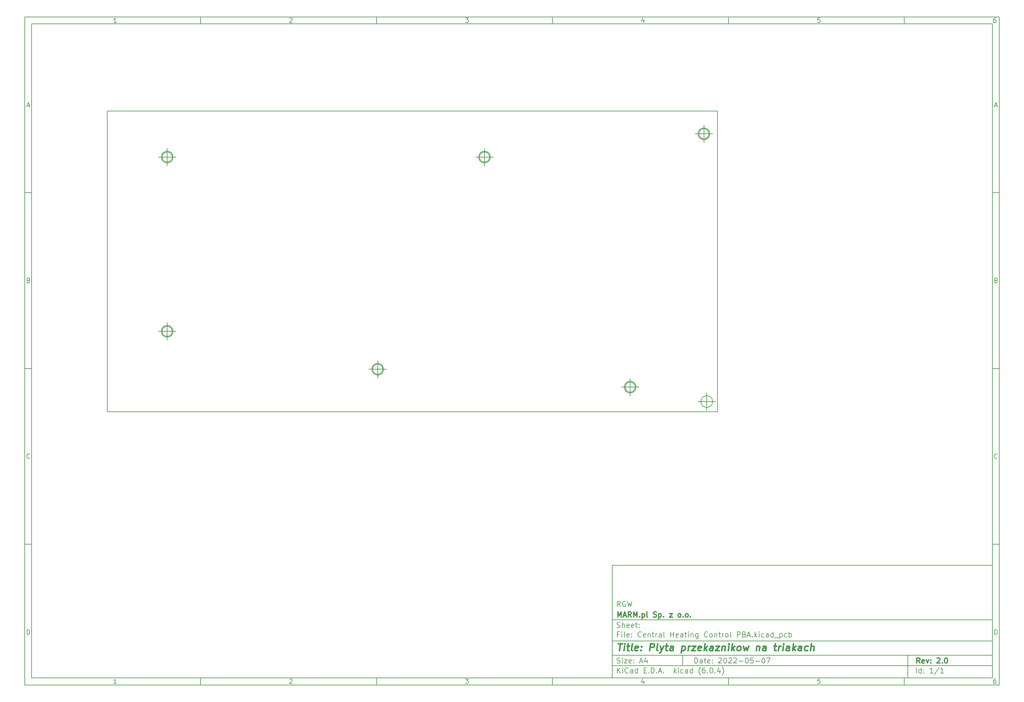
<source format=gbr>
%TF.GenerationSoftware,KiCad,Pcbnew,(6.0.4)*%
%TF.CreationDate,2022-05-07T15:09:03+02:00*%
%TF.ProjectId,Central Heating Control PBA,43656e74-7261-46c2-9048-656174696e67,2.0*%
%TF.SameCoordinates,Original*%
%TF.FileFunction,Other,ECO2*%
%FSLAX46Y46*%
G04 Gerber Fmt 4.6, Leading zero omitted, Abs format (unit mm)*
G04 Created by KiCad (PCBNEW (6.0.4)) date 2022-05-07 15:09:03*
%MOMM*%
%LPD*%
G01*
G04 APERTURE LIST*
%ADD10C,0.100000*%
%ADD11C,0.150000*%
%ADD12C,0.300000*%
%ADD13C,0.400000*%
%TA.AperFunction,Profile*%
%ADD14C,0.150000*%
%TD*%
G04 APERTURE END LIST*
D10*
D11*
X177002200Y-166007200D02*
X177002200Y-198007200D01*
X285002200Y-198007200D01*
X285002200Y-166007200D01*
X177002200Y-166007200D01*
D10*
D11*
X10000000Y-10000000D02*
X10000000Y-200007200D01*
X287002200Y-200007200D01*
X287002200Y-10000000D01*
X10000000Y-10000000D01*
D10*
D11*
X12000000Y-12000000D02*
X12000000Y-198007200D01*
X285002200Y-198007200D01*
X285002200Y-12000000D01*
X12000000Y-12000000D01*
D10*
D11*
X60000000Y-12000000D02*
X60000000Y-10000000D01*
D10*
D11*
X110000000Y-12000000D02*
X110000000Y-10000000D01*
D10*
D11*
X160000000Y-12000000D02*
X160000000Y-10000000D01*
D10*
D11*
X210000000Y-12000000D02*
X210000000Y-10000000D01*
D10*
D11*
X260000000Y-12000000D02*
X260000000Y-10000000D01*
D10*
D11*
X36065476Y-11588095D02*
X35322619Y-11588095D01*
X35694047Y-11588095D02*
X35694047Y-10288095D01*
X35570238Y-10473809D01*
X35446428Y-10597619D01*
X35322619Y-10659523D01*
D10*
D11*
X85322619Y-10411904D02*
X85384523Y-10350000D01*
X85508333Y-10288095D01*
X85817857Y-10288095D01*
X85941666Y-10350000D01*
X86003571Y-10411904D01*
X86065476Y-10535714D01*
X86065476Y-10659523D01*
X86003571Y-10845238D01*
X85260714Y-11588095D01*
X86065476Y-11588095D01*
D10*
D11*
X135260714Y-10288095D02*
X136065476Y-10288095D01*
X135632142Y-10783333D01*
X135817857Y-10783333D01*
X135941666Y-10845238D01*
X136003571Y-10907142D01*
X136065476Y-11030952D01*
X136065476Y-11340476D01*
X136003571Y-11464285D01*
X135941666Y-11526190D01*
X135817857Y-11588095D01*
X135446428Y-11588095D01*
X135322619Y-11526190D01*
X135260714Y-11464285D01*
D10*
D11*
X185941666Y-10721428D02*
X185941666Y-11588095D01*
X185632142Y-10226190D02*
X185322619Y-11154761D01*
X186127380Y-11154761D01*
D10*
D11*
X236003571Y-10288095D02*
X235384523Y-10288095D01*
X235322619Y-10907142D01*
X235384523Y-10845238D01*
X235508333Y-10783333D01*
X235817857Y-10783333D01*
X235941666Y-10845238D01*
X236003571Y-10907142D01*
X236065476Y-11030952D01*
X236065476Y-11340476D01*
X236003571Y-11464285D01*
X235941666Y-11526190D01*
X235817857Y-11588095D01*
X235508333Y-11588095D01*
X235384523Y-11526190D01*
X235322619Y-11464285D01*
D10*
D11*
X285941666Y-10288095D02*
X285694047Y-10288095D01*
X285570238Y-10350000D01*
X285508333Y-10411904D01*
X285384523Y-10597619D01*
X285322619Y-10845238D01*
X285322619Y-11340476D01*
X285384523Y-11464285D01*
X285446428Y-11526190D01*
X285570238Y-11588095D01*
X285817857Y-11588095D01*
X285941666Y-11526190D01*
X286003571Y-11464285D01*
X286065476Y-11340476D01*
X286065476Y-11030952D01*
X286003571Y-10907142D01*
X285941666Y-10845238D01*
X285817857Y-10783333D01*
X285570238Y-10783333D01*
X285446428Y-10845238D01*
X285384523Y-10907142D01*
X285322619Y-11030952D01*
D10*
D11*
X60000000Y-198007200D02*
X60000000Y-200007200D01*
D10*
D11*
X110000000Y-198007200D02*
X110000000Y-200007200D01*
D10*
D11*
X160000000Y-198007200D02*
X160000000Y-200007200D01*
D10*
D11*
X210000000Y-198007200D02*
X210000000Y-200007200D01*
D10*
D11*
X260000000Y-198007200D02*
X260000000Y-200007200D01*
D10*
D11*
X36065476Y-199595295D02*
X35322619Y-199595295D01*
X35694047Y-199595295D02*
X35694047Y-198295295D01*
X35570238Y-198481009D01*
X35446428Y-198604819D01*
X35322619Y-198666723D01*
D10*
D11*
X85322619Y-198419104D02*
X85384523Y-198357200D01*
X85508333Y-198295295D01*
X85817857Y-198295295D01*
X85941666Y-198357200D01*
X86003571Y-198419104D01*
X86065476Y-198542914D01*
X86065476Y-198666723D01*
X86003571Y-198852438D01*
X85260714Y-199595295D01*
X86065476Y-199595295D01*
D10*
D11*
X135260714Y-198295295D02*
X136065476Y-198295295D01*
X135632142Y-198790533D01*
X135817857Y-198790533D01*
X135941666Y-198852438D01*
X136003571Y-198914342D01*
X136065476Y-199038152D01*
X136065476Y-199347676D01*
X136003571Y-199471485D01*
X135941666Y-199533390D01*
X135817857Y-199595295D01*
X135446428Y-199595295D01*
X135322619Y-199533390D01*
X135260714Y-199471485D01*
D10*
D11*
X185941666Y-198728628D02*
X185941666Y-199595295D01*
X185632142Y-198233390D02*
X185322619Y-199161961D01*
X186127380Y-199161961D01*
D10*
D11*
X236003571Y-198295295D02*
X235384523Y-198295295D01*
X235322619Y-198914342D01*
X235384523Y-198852438D01*
X235508333Y-198790533D01*
X235817857Y-198790533D01*
X235941666Y-198852438D01*
X236003571Y-198914342D01*
X236065476Y-199038152D01*
X236065476Y-199347676D01*
X236003571Y-199471485D01*
X235941666Y-199533390D01*
X235817857Y-199595295D01*
X235508333Y-199595295D01*
X235384523Y-199533390D01*
X235322619Y-199471485D01*
D10*
D11*
X285941666Y-198295295D02*
X285694047Y-198295295D01*
X285570238Y-198357200D01*
X285508333Y-198419104D01*
X285384523Y-198604819D01*
X285322619Y-198852438D01*
X285322619Y-199347676D01*
X285384523Y-199471485D01*
X285446428Y-199533390D01*
X285570238Y-199595295D01*
X285817857Y-199595295D01*
X285941666Y-199533390D01*
X286003571Y-199471485D01*
X286065476Y-199347676D01*
X286065476Y-199038152D01*
X286003571Y-198914342D01*
X285941666Y-198852438D01*
X285817857Y-198790533D01*
X285570238Y-198790533D01*
X285446428Y-198852438D01*
X285384523Y-198914342D01*
X285322619Y-199038152D01*
D10*
D11*
X10000000Y-60000000D02*
X12000000Y-60000000D01*
D10*
D11*
X10000000Y-110000000D02*
X12000000Y-110000000D01*
D10*
D11*
X10000000Y-160000000D02*
X12000000Y-160000000D01*
D10*
D11*
X10690476Y-35216666D02*
X11309523Y-35216666D01*
X10566666Y-35588095D02*
X11000000Y-34288095D01*
X11433333Y-35588095D01*
D10*
D11*
X11092857Y-84907142D02*
X11278571Y-84969047D01*
X11340476Y-85030952D01*
X11402380Y-85154761D01*
X11402380Y-85340476D01*
X11340476Y-85464285D01*
X11278571Y-85526190D01*
X11154761Y-85588095D01*
X10659523Y-85588095D01*
X10659523Y-84288095D01*
X11092857Y-84288095D01*
X11216666Y-84350000D01*
X11278571Y-84411904D01*
X11340476Y-84535714D01*
X11340476Y-84659523D01*
X11278571Y-84783333D01*
X11216666Y-84845238D01*
X11092857Y-84907142D01*
X10659523Y-84907142D01*
D10*
D11*
X11402380Y-135464285D02*
X11340476Y-135526190D01*
X11154761Y-135588095D01*
X11030952Y-135588095D01*
X10845238Y-135526190D01*
X10721428Y-135402380D01*
X10659523Y-135278571D01*
X10597619Y-135030952D01*
X10597619Y-134845238D01*
X10659523Y-134597619D01*
X10721428Y-134473809D01*
X10845238Y-134350000D01*
X11030952Y-134288095D01*
X11154761Y-134288095D01*
X11340476Y-134350000D01*
X11402380Y-134411904D01*
D10*
D11*
X10659523Y-185588095D02*
X10659523Y-184288095D01*
X10969047Y-184288095D01*
X11154761Y-184350000D01*
X11278571Y-184473809D01*
X11340476Y-184597619D01*
X11402380Y-184845238D01*
X11402380Y-185030952D01*
X11340476Y-185278571D01*
X11278571Y-185402380D01*
X11154761Y-185526190D01*
X10969047Y-185588095D01*
X10659523Y-185588095D01*
D10*
D11*
X287002200Y-60000000D02*
X285002200Y-60000000D01*
D10*
D11*
X287002200Y-110000000D02*
X285002200Y-110000000D01*
D10*
D11*
X287002200Y-160000000D02*
X285002200Y-160000000D01*
D10*
D11*
X285692676Y-35216666D02*
X286311723Y-35216666D01*
X285568866Y-35588095D02*
X286002200Y-34288095D01*
X286435533Y-35588095D01*
D10*
D11*
X286095057Y-84907142D02*
X286280771Y-84969047D01*
X286342676Y-85030952D01*
X286404580Y-85154761D01*
X286404580Y-85340476D01*
X286342676Y-85464285D01*
X286280771Y-85526190D01*
X286156961Y-85588095D01*
X285661723Y-85588095D01*
X285661723Y-84288095D01*
X286095057Y-84288095D01*
X286218866Y-84350000D01*
X286280771Y-84411904D01*
X286342676Y-84535714D01*
X286342676Y-84659523D01*
X286280771Y-84783333D01*
X286218866Y-84845238D01*
X286095057Y-84907142D01*
X285661723Y-84907142D01*
D10*
D11*
X286404580Y-135464285D02*
X286342676Y-135526190D01*
X286156961Y-135588095D01*
X286033152Y-135588095D01*
X285847438Y-135526190D01*
X285723628Y-135402380D01*
X285661723Y-135278571D01*
X285599819Y-135030952D01*
X285599819Y-134845238D01*
X285661723Y-134597619D01*
X285723628Y-134473809D01*
X285847438Y-134350000D01*
X286033152Y-134288095D01*
X286156961Y-134288095D01*
X286342676Y-134350000D01*
X286404580Y-134411904D01*
D10*
D11*
X285661723Y-185588095D02*
X285661723Y-184288095D01*
X285971247Y-184288095D01*
X286156961Y-184350000D01*
X286280771Y-184473809D01*
X286342676Y-184597619D01*
X286404580Y-184845238D01*
X286404580Y-185030952D01*
X286342676Y-185278571D01*
X286280771Y-185402380D01*
X286156961Y-185526190D01*
X285971247Y-185588095D01*
X285661723Y-185588095D01*
D10*
D11*
X200434342Y-193785771D02*
X200434342Y-192285771D01*
X200791485Y-192285771D01*
X201005771Y-192357200D01*
X201148628Y-192500057D01*
X201220057Y-192642914D01*
X201291485Y-192928628D01*
X201291485Y-193142914D01*
X201220057Y-193428628D01*
X201148628Y-193571485D01*
X201005771Y-193714342D01*
X200791485Y-193785771D01*
X200434342Y-193785771D01*
X202577200Y-193785771D02*
X202577200Y-193000057D01*
X202505771Y-192857200D01*
X202362914Y-192785771D01*
X202077200Y-192785771D01*
X201934342Y-192857200D01*
X202577200Y-193714342D02*
X202434342Y-193785771D01*
X202077200Y-193785771D01*
X201934342Y-193714342D01*
X201862914Y-193571485D01*
X201862914Y-193428628D01*
X201934342Y-193285771D01*
X202077200Y-193214342D01*
X202434342Y-193214342D01*
X202577200Y-193142914D01*
X203077200Y-192785771D02*
X203648628Y-192785771D01*
X203291485Y-192285771D02*
X203291485Y-193571485D01*
X203362914Y-193714342D01*
X203505771Y-193785771D01*
X203648628Y-193785771D01*
X204720057Y-193714342D02*
X204577200Y-193785771D01*
X204291485Y-193785771D01*
X204148628Y-193714342D01*
X204077200Y-193571485D01*
X204077200Y-193000057D01*
X204148628Y-192857200D01*
X204291485Y-192785771D01*
X204577200Y-192785771D01*
X204720057Y-192857200D01*
X204791485Y-193000057D01*
X204791485Y-193142914D01*
X204077200Y-193285771D01*
X205434342Y-193642914D02*
X205505771Y-193714342D01*
X205434342Y-193785771D01*
X205362914Y-193714342D01*
X205434342Y-193642914D01*
X205434342Y-193785771D01*
X205434342Y-192857200D02*
X205505771Y-192928628D01*
X205434342Y-193000057D01*
X205362914Y-192928628D01*
X205434342Y-192857200D01*
X205434342Y-193000057D01*
X207220057Y-192428628D02*
X207291485Y-192357200D01*
X207434342Y-192285771D01*
X207791485Y-192285771D01*
X207934342Y-192357200D01*
X208005771Y-192428628D01*
X208077200Y-192571485D01*
X208077200Y-192714342D01*
X208005771Y-192928628D01*
X207148628Y-193785771D01*
X208077200Y-193785771D01*
X209005771Y-192285771D02*
X209148628Y-192285771D01*
X209291485Y-192357200D01*
X209362914Y-192428628D01*
X209434342Y-192571485D01*
X209505771Y-192857200D01*
X209505771Y-193214342D01*
X209434342Y-193500057D01*
X209362914Y-193642914D01*
X209291485Y-193714342D01*
X209148628Y-193785771D01*
X209005771Y-193785771D01*
X208862914Y-193714342D01*
X208791485Y-193642914D01*
X208720057Y-193500057D01*
X208648628Y-193214342D01*
X208648628Y-192857200D01*
X208720057Y-192571485D01*
X208791485Y-192428628D01*
X208862914Y-192357200D01*
X209005771Y-192285771D01*
X210077200Y-192428628D02*
X210148628Y-192357200D01*
X210291485Y-192285771D01*
X210648628Y-192285771D01*
X210791485Y-192357200D01*
X210862914Y-192428628D01*
X210934342Y-192571485D01*
X210934342Y-192714342D01*
X210862914Y-192928628D01*
X210005771Y-193785771D01*
X210934342Y-193785771D01*
X211505771Y-192428628D02*
X211577200Y-192357200D01*
X211720057Y-192285771D01*
X212077200Y-192285771D01*
X212220057Y-192357200D01*
X212291485Y-192428628D01*
X212362914Y-192571485D01*
X212362914Y-192714342D01*
X212291485Y-192928628D01*
X211434342Y-193785771D01*
X212362914Y-193785771D01*
X213005771Y-193214342D02*
X214148628Y-193214342D01*
X215148628Y-192285771D02*
X215291485Y-192285771D01*
X215434342Y-192357200D01*
X215505771Y-192428628D01*
X215577200Y-192571485D01*
X215648628Y-192857200D01*
X215648628Y-193214342D01*
X215577200Y-193500057D01*
X215505771Y-193642914D01*
X215434342Y-193714342D01*
X215291485Y-193785771D01*
X215148628Y-193785771D01*
X215005771Y-193714342D01*
X214934342Y-193642914D01*
X214862914Y-193500057D01*
X214791485Y-193214342D01*
X214791485Y-192857200D01*
X214862914Y-192571485D01*
X214934342Y-192428628D01*
X215005771Y-192357200D01*
X215148628Y-192285771D01*
X217005771Y-192285771D02*
X216291485Y-192285771D01*
X216220057Y-193000057D01*
X216291485Y-192928628D01*
X216434342Y-192857200D01*
X216791485Y-192857200D01*
X216934342Y-192928628D01*
X217005771Y-193000057D01*
X217077200Y-193142914D01*
X217077200Y-193500057D01*
X217005771Y-193642914D01*
X216934342Y-193714342D01*
X216791485Y-193785771D01*
X216434342Y-193785771D01*
X216291485Y-193714342D01*
X216220057Y-193642914D01*
X217720057Y-193214342D02*
X218862914Y-193214342D01*
X219862914Y-192285771D02*
X220005771Y-192285771D01*
X220148628Y-192357200D01*
X220220057Y-192428628D01*
X220291485Y-192571485D01*
X220362914Y-192857200D01*
X220362914Y-193214342D01*
X220291485Y-193500057D01*
X220220057Y-193642914D01*
X220148628Y-193714342D01*
X220005771Y-193785771D01*
X219862914Y-193785771D01*
X219720057Y-193714342D01*
X219648628Y-193642914D01*
X219577200Y-193500057D01*
X219505771Y-193214342D01*
X219505771Y-192857200D01*
X219577200Y-192571485D01*
X219648628Y-192428628D01*
X219720057Y-192357200D01*
X219862914Y-192285771D01*
X220862914Y-192285771D02*
X221862914Y-192285771D01*
X221220057Y-193785771D01*
D10*
D11*
X177002200Y-194507200D02*
X285002200Y-194507200D01*
D10*
D11*
X178434342Y-196585771D02*
X178434342Y-195085771D01*
X179291485Y-196585771D02*
X178648628Y-195728628D01*
X179291485Y-195085771D02*
X178434342Y-195942914D01*
X179934342Y-196585771D02*
X179934342Y-195585771D01*
X179934342Y-195085771D02*
X179862914Y-195157200D01*
X179934342Y-195228628D01*
X180005771Y-195157200D01*
X179934342Y-195085771D01*
X179934342Y-195228628D01*
X181505771Y-196442914D02*
X181434342Y-196514342D01*
X181220057Y-196585771D01*
X181077200Y-196585771D01*
X180862914Y-196514342D01*
X180720057Y-196371485D01*
X180648628Y-196228628D01*
X180577200Y-195942914D01*
X180577200Y-195728628D01*
X180648628Y-195442914D01*
X180720057Y-195300057D01*
X180862914Y-195157200D01*
X181077200Y-195085771D01*
X181220057Y-195085771D01*
X181434342Y-195157200D01*
X181505771Y-195228628D01*
X182791485Y-196585771D02*
X182791485Y-195800057D01*
X182720057Y-195657200D01*
X182577200Y-195585771D01*
X182291485Y-195585771D01*
X182148628Y-195657200D01*
X182791485Y-196514342D02*
X182648628Y-196585771D01*
X182291485Y-196585771D01*
X182148628Y-196514342D01*
X182077200Y-196371485D01*
X182077200Y-196228628D01*
X182148628Y-196085771D01*
X182291485Y-196014342D01*
X182648628Y-196014342D01*
X182791485Y-195942914D01*
X184148628Y-196585771D02*
X184148628Y-195085771D01*
X184148628Y-196514342D02*
X184005771Y-196585771D01*
X183720057Y-196585771D01*
X183577200Y-196514342D01*
X183505771Y-196442914D01*
X183434342Y-196300057D01*
X183434342Y-195871485D01*
X183505771Y-195728628D01*
X183577200Y-195657200D01*
X183720057Y-195585771D01*
X184005771Y-195585771D01*
X184148628Y-195657200D01*
X186005771Y-195800057D02*
X186505771Y-195800057D01*
X186720057Y-196585771D02*
X186005771Y-196585771D01*
X186005771Y-195085771D01*
X186720057Y-195085771D01*
X187362914Y-196442914D02*
X187434342Y-196514342D01*
X187362914Y-196585771D01*
X187291485Y-196514342D01*
X187362914Y-196442914D01*
X187362914Y-196585771D01*
X188077200Y-196585771D02*
X188077200Y-195085771D01*
X188434342Y-195085771D01*
X188648628Y-195157200D01*
X188791485Y-195300057D01*
X188862914Y-195442914D01*
X188934342Y-195728628D01*
X188934342Y-195942914D01*
X188862914Y-196228628D01*
X188791485Y-196371485D01*
X188648628Y-196514342D01*
X188434342Y-196585771D01*
X188077200Y-196585771D01*
X189577200Y-196442914D02*
X189648628Y-196514342D01*
X189577200Y-196585771D01*
X189505771Y-196514342D01*
X189577200Y-196442914D01*
X189577200Y-196585771D01*
X190220057Y-196157200D02*
X190934342Y-196157200D01*
X190077200Y-196585771D02*
X190577200Y-195085771D01*
X191077200Y-196585771D01*
X191577200Y-196442914D02*
X191648628Y-196514342D01*
X191577200Y-196585771D01*
X191505771Y-196514342D01*
X191577200Y-196442914D01*
X191577200Y-196585771D01*
X194577200Y-196585771D02*
X194577200Y-195085771D01*
X194720057Y-196014342D02*
X195148628Y-196585771D01*
X195148628Y-195585771D02*
X194577200Y-196157200D01*
X195791485Y-196585771D02*
X195791485Y-195585771D01*
X195791485Y-195085771D02*
X195720057Y-195157200D01*
X195791485Y-195228628D01*
X195862914Y-195157200D01*
X195791485Y-195085771D01*
X195791485Y-195228628D01*
X197148628Y-196514342D02*
X197005771Y-196585771D01*
X196720057Y-196585771D01*
X196577200Y-196514342D01*
X196505771Y-196442914D01*
X196434342Y-196300057D01*
X196434342Y-195871485D01*
X196505771Y-195728628D01*
X196577200Y-195657200D01*
X196720057Y-195585771D01*
X197005771Y-195585771D01*
X197148628Y-195657200D01*
X198434342Y-196585771D02*
X198434342Y-195800057D01*
X198362914Y-195657200D01*
X198220057Y-195585771D01*
X197934342Y-195585771D01*
X197791485Y-195657200D01*
X198434342Y-196514342D02*
X198291485Y-196585771D01*
X197934342Y-196585771D01*
X197791485Y-196514342D01*
X197720057Y-196371485D01*
X197720057Y-196228628D01*
X197791485Y-196085771D01*
X197934342Y-196014342D01*
X198291485Y-196014342D01*
X198434342Y-195942914D01*
X199791485Y-196585771D02*
X199791485Y-195085771D01*
X199791485Y-196514342D02*
X199648628Y-196585771D01*
X199362914Y-196585771D01*
X199220057Y-196514342D01*
X199148628Y-196442914D01*
X199077200Y-196300057D01*
X199077200Y-195871485D01*
X199148628Y-195728628D01*
X199220057Y-195657200D01*
X199362914Y-195585771D01*
X199648628Y-195585771D01*
X199791485Y-195657200D01*
X202077200Y-197157200D02*
X202005771Y-197085771D01*
X201862914Y-196871485D01*
X201791485Y-196728628D01*
X201720057Y-196514342D01*
X201648628Y-196157200D01*
X201648628Y-195871485D01*
X201720057Y-195514342D01*
X201791485Y-195300057D01*
X201862914Y-195157200D01*
X202005771Y-194942914D01*
X202077200Y-194871485D01*
X203291485Y-195085771D02*
X203005771Y-195085771D01*
X202862914Y-195157200D01*
X202791485Y-195228628D01*
X202648628Y-195442914D01*
X202577200Y-195728628D01*
X202577200Y-196300057D01*
X202648628Y-196442914D01*
X202720057Y-196514342D01*
X202862914Y-196585771D01*
X203148628Y-196585771D01*
X203291485Y-196514342D01*
X203362914Y-196442914D01*
X203434342Y-196300057D01*
X203434342Y-195942914D01*
X203362914Y-195800057D01*
X203291485Y-195728628D01*
X203148628Y-195657200D01*
X202862914Y-195657200D01*
X202720057Y-195728628D01*
X202648628Y-195800057D01*
X202577200Y-195942914D01*
X204077200Y-196442914D02*
X204148628Y-196514342D01*
X204077200Y-196585771D01*
X204005771Y-196514342D01*
X204077200Y-196442914D01*
X204077200Y-196585771D01*
X205077200Y-195085771D02*
X205220057Y-195085771D01*
X205362914Y-195157200D01*
X205434342Y-195228628D01*
X205505771Y-195371485D01*
X205577200Y-195657200D01*
X205577200Y-196014342D01*
X205505771Y-196300057D01*
X205434342Y-196442914D01*
X205362914Y-196514342D01*
X205220057Y-196585771D01*
X205077200Y-196585771D01*
X204934342Y-196514342D01*
X204862914Y-196442914D01*
X204791485Y-196300057D01*
X204720057Y-196014342D01*
X204720057Y-195657200D01*
X204791485Y-195371485D01*
X204862914Y-195228628D01*
X204934342Y-195157200D01*
X205077200Y-195085771D01*
X206220057Y-196442914D02*
X206291485Y-196514342D01*
X206220057Y-196585771D01*
X206148628Y-196514342D01*
X206220057Y-196442914D01*
X206220057Y-196585771D01*
X207577200Y-195585771D02*
X207577200Y-196585771D01*
X207220057Y-195014342D02*
X206862914Y-196085771D01*
X207791485Y-196085771D01*
X208220057Y-197157200D02*
X208291485Y-197085771D01*
X208434342Y-196871485D01*
X208505771Y-196728628D01*
X208577200Y-196514342D01*
X208648628Y-196157200D01*
X208648628Y-195871485D01*
X208577200Y-195514342D01*
X208505771Y-195300057D01*
X208434342Y-195157200D01*
X208291485Y-194942914D01*
X208220057Y-194871485D01*
D10*
D11*
X177002200Y-191507200D02*
X285002200Y-191507200D01*
D10*
D12*
X264411485Y-193785771D02*
X263911485Y-193071485D01*
X263554342Y-193785771D02*
X263554342Y-192285771D01*
X264125771Y-192285771D01*
X264268628Y-192357200D01*
X264340057Y-192428628D01*
X264411485Y-192571485D01*
X264411485Y-192785771D01*
X264340057Y-192928628D01*
X264268628Y-193000057D01*
X264125771Y-193071485D01*
X263554342Y-193071485D01*
X265625771Y-193714342D02*
X265482914Y-193785771D01*
X265197200Y-193785771D01*
X265054342Y-193714342D01*
X264982914Y-193571485D01*
X264982914Y-193000057D01*
X265054342Y-192857200D01*
X265197200Y-192785771D01*
X265482914Y-192785771D01*
X265625771Y-192857200D01*
X265697200Y-193000057D01*
X265697200Y-193142914D01*
X264982914Y-193285771D01*
X266197200Y-192785771D02*
X266554342Y-193785771D01*
X266911485Y-192785771D01*
X267482914Y-193642914D02*
X267554342Y-193714342D01*
X267482914Y-193785771D01*
X267411485Y-193714342D01*
X267482914Y-193642914D01*
X267482914Y-193785771D01*
X267482914Y-192857200D02*
X267554342Y-192928628D01*
X267482914Y-193000057D01*
X267411485Y-192928628D01*
X267482914Y-192857200D01*
X267482914Y-193000057D01*
X269268628Y-192428628D02*
X269340057Y-192357200D01*
X269482914Y-192285771D01*
X269840057Y-192285771D01*
X269982914Y-192357200D01*
X270054342Y-192428628D01*
X270125771Y-192571485D01*
X270125771Y-192714342D01*
X270054342Y-192928628D01*
X269197200Y-193785771D01*
X270125771Y-193785771D01*
X270768628Y-193642914D02*
X270840057Y-193714342D01*
X270768628Y-193785771D01*
X270697200Y-193714342D01*
X270768628Y-193642914D01*
X270768628Y-193785771D01*
X271768628Y-192285771D02*
X271911485Y-192285771D01*
X272054342Y-192357200D01*
X272125771Y-192428628D01*
X272197200Y-192571485D01*
X272268628Y-192857200D01*
X272268628Y-193214342D01*
X272197200Y-193500057D01*
X272125771Y-193642914D01*
X272054342Y-193714342D01*
X271911485Y-193785771D01*
X271768628Y-193785771D01*
X271625771Y-193714342D01*
X271554342Y-193642914D01*
X271482914Y-193500057D01*
X271411485Y-193214342D01*
X271411485Y-192857200D01*
X271482914Y-192571485D01*
X271554342Y-192428628D01*
X271625771Y-192357200D01*
X271768628Y-192285771D01*
D10*
D11*
X178362914Y-193714342D02*
X178577200Y-193785771D01*
X178934342Y-193785771D01*
X179077200Y-193714342D01*
X179148628Y-193642914D01*
X179220057Y-193500057D01*
X179220057Y-193357200D01*
X179148628Y-193214342D01*
X179077200Y-193142914D01*
X178934342Y-193071485D01*
X178648628Y-193000057D01*
X178505771Y-192928628D01*
X178434342Y-192857200D01*
X178362914Y-192714342D01*
X178362914Y-192571485D01*
X178434342Y-192428628D01*
X178505771Y-192357200D01*
X178648628Y-192285771D01*
X179005771Y-192285771D01*
X179220057Y-192357200D01*
X179862914Y-193785771D02*
X179862914Y-192785771D01*
X179862914Y-192285771D02*
X179791485Y-192357200D01*
X179862914Y-192428628D01*
X179934342Y-192357200D01*
X179862914Y-192285771D01*
X179862914Y-192428628D01*
X180434342Y-192785771D02*
X181220057Y-192785771D01*
X180434342Y-193785771D01*
X181220057Y-193785771D01*
X182362914Y-193714342D02*
X182220057Y-193785771D01*
X181934342Y-193785771D01*
X181791485Y-193714342D01*
X181720057Y-193571485D01*
X181720057Y-193000057D01*
X181791485Y-192857200D01*
X181934342Y-192785771D01*
X182220057Y-192785771D01*
X182362914Y-192857200D01*
X182434342Y-193000057D01*
X182434342Y-193142914D01*
X181720057Y-193285771D01*
X183077200Y-193642914D02*
X183148628Y-193714342D01*
X183077200Y-193785771D01*
X183005771Y-193714342D01*
X183077200Y-193642914D01*
X183077200Y-193785771D01*
X183077200Y-192857200D02*
X183148628Y-192928628D01*
X183077200Y-193000057D01*
X183005771Y-192928628D01*
X183077200Y-192857200D01*
X183077200Y-193000057D01*
X184862914Y-193357200D02*
X185577200Y-193357200D01*
X184720057Y-193785771D02*
X185220057Y-192285771D01*
X185720057Y-193785771D01*
X186862914Y-192785771D02*
X186862914Y-193785771D01*
X186505771Y-192214342D02*
X186148628Y-193285771D01*
X187077200Y-193285771D01*
D10*
D11*
X263434342Y-196585771D02*
X263434342Y-195085771D01*
X264791485Y-196585771D02*
X264791485Y-195085771D01*
X264791485Y-196514342D02*
X264648628Y-196585771D01*
X264362914Y-196585771D01*
X264220057Y-196514342D01*
X264148628Y-196442914D01*
X264077200Y-196300057D01*
X264077200Y-195871485D01*
X264148628Y-195728628D01*
X264220057Y-195657200D01*
X264362914Y-195585771D01*
X264648628Y-195585771D01*
X264791485Y-195657200D01*
X265505771Y-196442914D02*
X265577200Y-196514342D01*
X265505771Y-196585771D01*
X265434342Y-196514342D01*
X265505771Y-196442914D01*
X265505771Y-196585771D01*
X265505771Y-195657200D02*
X265577200Y-195728628D01*
X265505771Y-195800057D01*
X265434342Y-195728628D01*
X265505771Y-195657200D01*
X265505771Y-195800057D01*
X268148628Y-196585771D02*
X267291485Y-196585771D01*
X267720057Y-196585771D02*
X267720057Y-195085771D01*
X267577200Y-195300057D01*
X267434342Y-195442914D01*
X267291485Y-195514342D01*
X269862914Y-195014342D02*
X268577200Y-196942914D01*
X271148628Y-196585771D02*
X270291485Y-196585771D01*
X270720057Y-196585771D02*
X270720057Y-195085771D01*
X270577200Y-195300057D01*
X270434342Y-195442914D01*
X270291485Y-195514342D01*
D10*
D11*
X177002200Y-187507200D02*
X285002200Y-187507200D01*
D10*
D13*
X178714580Y-188211961D02*
X179857438Y-188211961D01*
X179036009Y-190211961D02*
X179286009Y-188211961D01*
X180274104Y-190211961D02*
X180440771Y-188878628D01*
X180524104Y-188211961D02*
X180416961Y-188307200D01*
X180500295Y-188402438D01*
X180607438Y-188307200D01*
X180524104Y-188211961D01*
X180500295Y-188402438D01*
X181107438Y-188878628D02*
X181869342Y-188878628D01*
X181476485Y-188211961D02*
X181262200Y-189926247D01*
X181333628Y-190116723D01*
X181512200Y-190211961D01*
X181702676Y-190211961D01*
X182655057Y-190211961D02*
X182476485Y-190116723D01*
X182405057Y-189926247D01*
X182619342Y-188211961D01*
X184190771Y-190116723D02*
X183988390Y-190211961D01*
X183607438Y-190211961D01*
X183428866Y-190116723D01*
X183357438Y-189926247D01*
X183452676Y-189164342D01*
X183571723Y-188973866D01*
X183774104Y-188878628D01*
X184155057Y-188878628D01*
X184333628Y-188973866D01*
X184405057Y-189164342D01*
X184381247Y-189354819D01*
X183405057Y-189545295D01*
X185155057Y-190021485D02*
X185238390Y-190116723D01*
X185131247Y-190211961D01*
X185047914Y-190116723D01*
X185155057Y-190021485D01*
X185131247Y-190211961D01*
X185286009Y-188973866D02*
X185369342Y-189069104D01*
X185262200Y-189164342D01*
X185178866Y-189069104D01*
X185286009Y-188973866D01*
X185262200Y-189164342D01*
X187607438Y-190211961D02*
X187857438Y-188211961D01*
X188619342Y-188211961D01*
X188797914Y-188307200D01*
X188881247Y-188402438D01*
X188952676Y-188592914D01*
X188916961Y-188878628D01*
X188797914Y-189069104D01*
X188690771Y-189164342D01*
X188488390Y-189259580D01*
X187726485Y-189259580D01*
X189893152Y-190211961D02*
X189714580Y-190116723D01*
X189643152Y-189926247D01*
X189857438Y-188211961D01*
X190631247Y-188878628D02*
X190940771Y-190211961D01*
X191583628Y-188878628D02*
X190940771Y-190211961D01*
X190690771Y-190688152D01*
X190583628Y-190783390D01*
X190381247Y-190878628D01*
X192059819Y-188878628D02*
X192821723Y-188878628D01*
X192428866Y-188211961D02*
X192214580Y-189926247D01*
X192286009Y-190116723D01*
X192464580Y-190211961D01*
X192655057Y-190211961D01*
X194178866Y-190211961D02*
X194309819Y-189164342D01*
X194238390Y-188973866D01*
X194059819Y-188878628D01*
X193678866Y-188878628D01*
X193476485Y-188973866D01*
X194190771Y-190116723D02*
X193988390Y-190211961D01*
X193512200Y-190211961D01*
X193333628Y-190116723D01*
X193262200Y-189926247D01*
X193286009Y-189735771D01*
X193405057Y-189545295D01*
X193607438Y-189450057D01*
X194083628Y-189450057D01*
X194286009Y-189354819D01*
X196821723Y-188878628D02*
X196571723Y-190878628D01*
X196809819Y-188973866D02*
X197012200Y-188878628D01*
X197393152Y-188878628D01*
X197571723Y-188973866D01*
X197655057Y-189069104D01*
X197726485Y-189259580D01*
X197655057Y-189831009D01*
X197536009Y-190021485D01*
X197428866Y-190116723D01*
X197226485Y-190211961D01*
X196845533Y-190211961D01*
X196666961Y-190116723D01*
X198464580Y-190211961D02*
X198631247Y-188878628D01*
X198583628Y-189259580D02*
X198702676Y-189069104D01*
X198809819Y-188973866D01*
X199012200Y-188878628D01*
X199202676Y-188878628D01*
X199678866Y-188878628D02*
X200726485Y-188878628D01*
X199512200Y-190211961D01*
X200559819Y-190211961D01*
X202095533Y-190116723D02*
X201893152Y-190211961D01*
X201512200Y-190211961D01*
X201333628Y-190116723D01*
X201262200Y-189926247D01*
X201357438Y-189164342D01*
X201476485Y-188973866D01*
X201678866Y-188878628D01*
X202059819Y-188878628D01*
X202238390Y-188973866D01*
X202309819Y-189164342D01*
X202286009Y-189354819D01*
X201309819Y-189545295D01*
X203036009Y-190211961D02*
X203286009Y-188211961D01*
X203321723Y-189450057D02*
X203797914Y-190211961D01*
X203964580Y-188878628D02*
X203107438Y-189640533D01*
X205512200Y-190211961D02*
X205643152Y-189164342D01*
X205571723Y-188973866D01*
X205393152Y-188878628D01*
X205012200Y-188878628D01*
X204809819Y-188973866D01*
X205524104Y-190116723D02*
X205321723Y-190211961D01*
X204845533Y-190211961D01*
X204666961Y-190116723D01*
X204595533Y-189926247D01*
X204619342Y-189735771D01*
X204738390Y-189545295D01*
X204940771Y-189450057D01*
X205416961Y-189450057D01*
X205619342Y-189354819D01*
X206440771Y-188878628D02*
X207488390Y-188878628D01*
X206274104Y-190211961D01*
X207321723Y-190211961D01*
X208250295Y-188878628D02*
X208083628Y-190211961D01*
X208226485Y-189069104D02*
X208333628Y-188973866D01*
X208536009Y-188878628D01*
X208821723Y-188878628D01*
X209000295Y-188973866D01*
X209071723Y-189164342D01*
X208940771Y-190211961D01*
X209893152Y-190211961D02*
X210059819Y-188878628D01*
X210143152Y-188211961D02*
X210036009Y-188307200D01*
X210119342Y-188402438D01*
X210226485Y-188307200D01*
X210143152Y-188211961D01*
X210119342Y-188402438D01*
X210845533Y-190211961D02*
X211095533Y-188211961D01*
X211131247Y-189450057D02*
X211607438Y-190211961D01*
X211774104Y-188878628D02*
X210916961Y-189640533D01*
X212750295Y-190211961D02*
X212571723Y-190116723D01*
X212488390Y-190021485D01*
X212416961Y-189831009D01*
X212488390Y-189259580D01*
X212607438Y-189069104D01*
X212714580Y-188973866D01*
X212916961Y-188878628D01*
X213202676Y-188878628D01*
X213381247Y-188973866D01*
X213464580Y-189069104D01*
X213536009Y-189259580D01*
X213464580Y-189831009D01*
X213345533Y-190021485D01*
X213238390Y-190116723D01*
X213036009Y-190211961D01*
X212750295Y-190211961D01*
X214250295Y-188878628D02*
X214464580Y-190211961D01*
X214964580Y-189259580D01*
X215226485Y-190211961D01*
X215774104Y-188878628D01*
X218059819Y-188878628D02*
X217893152Y-190211961D01*
X218036009Y-189069104D02*
X218143152Y-188973866D01*
X218345533Y-188878628D01*
X218631247Y-188878628D01*
X218809819Y-188973866D01*
X218881247Y-189164342D01*
X218750295Y-190211961D01*
X220559819Y-190211961D02*
X220690771Y-189164342D01*
X220619342Y-188973866D01*
X220440771Y-188878628D01*
X220059819Y-188878628D01*
X219857438Y-188973866D01*
X220571723Y-190116723D02*
X220369342Y-190211961D01*
X219893152Y-190211961D01*
X219714580Y-190116723D01*
X219643152Y-189926247D01*
X219666961Y-189735771D01*
X219786009Y-189545295D01*
X219988390Y-189450057D01*
X220464580Y-189450057D01*
X220666961Y-189354819D01*
X222916961Y-188878628D02*
X223678866Y-188878628D01*
X223286009Y-188211961D02*
X223071723Y-189926247D01*
X223143152Y-190116723D01*
X223321723Y-190211961D01*
X223512200Y-190211961D01*
X224178866Y-190211961D02*
X224345533Y-188878628D01*
X224297914Y-189259580D02*
X224416961Y-189069104D01*
X224524104Y-188973866D01*
X224726485Y-188878628D01*
X224916961Y-188878628D01*
X225416961Y-190211961D02*
X225583628Y-188878628D01*
X225666961Y-188211961D02*
X225559819Y-188307200D01*
X225643152Y-188402438D01*
X225750295Y-188307200D01*
X225666961Y-188211961D01*
X225643152Y-188402438D01*
X227226485Y-190211961D02*
X227357438Y-189164342D01*
X227286009Y-188973866D01*
X227107438Y-188878628D01*
X226726485Y-188878628D01*
X226524104Y-188973866D01*
X227238390Y-190116723D02*
X227036009Y-190211961D01*
X226559819Y-190211961D01*
X226381247Y-190116723D01*
X226309819Y-189926247D01*
X226333628Y-189735771D01*
X226452676Y-189545295D01*
X226655057Y-189450057D01*
X227131247Y-189450057D01*
X227333628Y-189354819D01*
X228178866Y-190211961D02*
X228428866Y-188211961D01*
X228464580Y-189450057D02*
X228940771Y-190211961D01*
X229107438Y-188878628D02*
X228250295Y-189640533D01*
X230655057Y-190211961D02*
X230786009Y-189164342D01*
X230714580Y-188973866D01*
X230536009Y-188878628D01*
X230155057Y-188878628D01*
X229952676Y-188973866D01*
X230666961Y-190116723D02*
X230464580Y-190211961D01*
X229988390Y-190211961D01*
X229809819Y-190116723D01*
X229738390Y-189926247D01*
X229762200Y-189735771D01*
X229881247Y-189545295D01*
X230083628Y-189450057D01*
X230559819Y-189450057D01*
X230762200Y-189354819D01*
X232476485Y-190116723D02*
X232274104Y-190211961D01*
X231893152Y-190211961D01*
X231714580Y-190116723D01*
X231631247Y-190021485D01*
X231559819Y-189831009D01*
X231631247Y-189259580D01*
X231750295Y-189069104D01*
X231857438Y-188973866D01*
X232059819Y-188878628D01*
X232440771Y-188878628D01*
X232619342Y-188973866D01*
X233321723Y-190211961D02*
X233571723Y-188211961D01*
X234178866Y-190211961D02*
X234309819Y-189164342D01*
X234238390Y-188973866D01*
X234059819Y-188878628D01*
X233774104Y-188878628D01*
X233571723Y-188973866D01*
X233464580Y-189069104D01*
D10*
D11*
X178934342Y-185600057D02*
X178434342Y-185600057D01*
X178434342Y-186385771D02*
X178434342Y-184885771D01*
X179148628Y-184885771D01*
X179720057Y-186385771D02*
X179720057Y-185385771D01*
X179720057Y-184885771D02*
X179648628Y-184957200D01*
X179720057Y-185028628D01*
X179791485Y-184957200D01*
X179720057Y-184885771D01*
X179720057Y-185028628D01*
X180648628Y-186385771D02*
X180505771Y-186314342D01*
X180434342Y-186171485D01*
X180434342Y-184885771D01*
X181791485Y-186314342D02*
X181648628Y-186385771D01*
X181362914Y-186385771D01*
X181220057Y-186314342D01*
X181148628Y-186171485D01*
X181148628Y-185600057D01*
X181220057Y-185457200D01*
X181362914Y-185385771D01*
X181648628Y-185385771D01*
X181791485Y-185457200D01*
X181862914Y-185600057D01*
X181862914Y-185742914D01*
X181148628Y-185885771D01*
X182505771Y-186242914D02*
X182577200Y-186314342D01*
X182505771Y-186385771D01*
X182434342Y-186314342D01*
X182505771Y-186242914D01*
X182505771Y-186385771D01*
X182505771Y-185457200D02*
X182577200Y-185528628D01*
X182505771Y-185600057D01*
X182434342Y-185528628D01*
X182505771Y-185457200D01*
X182505771Y-185600057D01*
X185220057Y-186242914D02*
X185148628Y-186314342D01*
X184934342Y-186385771D01*
X184791485Y-186385771D01*
X184577200Y-186314342D01*
X184434342Y-186171485D01*
X184362914Y-186028628D01*
X184291485Y-185742914D01*
X184291485Y-185528628D01*
X184362914Y-185242914D01*
X184434342Y-185100057D01*
X184577200Y-184957200D01*
X184791485Y-184885771D01*
X184934342Y-184885771D01*
X185148628Y-184957200D01*
X185220057Y-185028628D01*
X186434342Y-186314342D02*
X186291485Y-186385771D01*
X186005771Y-186385771D01*
X185862914Y-186314342D01*
X185791485Y-186171485D01*
X185791485Y-185600057D01*
X185862914Y-185457200D01*
X186005771Y-185385771D01*
X186291485Y-185385771D01*
X186434342Y-185457200D01*
X186505771Y-185600057D01*
X186505771Y-185742914D01*
X185791485Y-185885771D01*
X187148628Y-185385771D02*
X187148628Y-186385771D01*
X187148628Y-185528628D02*
X187220057Y-185457200D01*
X187362914Y-185385771D01*
X187577200Y-185385771D01*
X187720057Y-185457200D01*
X187791485Y-185600057D01*
X187791485Y-186385771D01*
X188291485Y-185385771D02*
X188862914Y-185385771D01*
X188505771Y-184885771D02*
X188505771Y-186171485D01*
X188577200Y-186314342D01*
X188720057Y-186385771D01*
X188862914Y-186385771D01*
X189362914Y-186385771D02*
X189362914Y-185385771D01*
X189362914Y-185671485D02*
X189434342Y-185528628D01*
X189505771Y-185457200D01*
X189648628Y-185385771D01*
X189791485Y-185385771D01*
X190934342Y-186385771D02*
X190934342Y-185600057D01*
X190862914Y-185457200D01*
X190720057Y-185385771D01*
X190434342Y-185385771D01*
X190291485Y-185457200D01*
X190934342Y-186314342D02*
X190791485Y-186385771D01*
X190434342Y-186385771D01*
X190291485Y-186314342D01*
X190220057Y-186171485D01*
X190220057Y-186028628D01*
X190291485Y-185885771D01*
X190434342Y-185814342D01*
X190791485Y-185814342D01*
X190934342Y-185742914D01*
X191862914Y-186385771D02*
X191720057Y-186314342D01*
X191648628Y-186171485D01*
X191648628Y-184885771D01*
X193577200Y-186385771D02*
X193577200Y-184885771D01*
X193577200Y-185600057D02*
X194434342Y-185600057D01*
X194434342Y-186385771D02*
X194434342Y-184885771D01*
X195720057Y-186314342D02*
X195577200Y-186385771D01*
X195291485Y-186385771D01*
X195148628Y-186314342D01*
X195077200Y-186171485D01*
X195077200Y-185600057D01*
X195148628Y-185457200D01*
X195291485Y-185385771D01*
X195577200Y-185385771D01*
X195720057Y-185457200D01*
X195791485Y-185600057D01*
X195791485Y-185742914D01*
X195077200Y-185885771D01*
X197077200Y-186385771D02*
X197077200Y-185600057D01*
X197005771Y-185457200D01*
X196862914Y-185385771D01*
X196577200Y-185385771D01*
X196434342Y-185457200D01*
X197077200Y-186314342D02*
X196934342Y-186385771D01*
X196577200Y-186385771D01*
X196434342Y-186314342D01*
X196362914Y-186171485D01*
X196362914Y-186028628D01*
X196434342Y-185885771D01*
X196577200Y-185814342D01*
X196934342Y-185814342D01*
X197077200Y-185742914D01*
X197577200Y-185385771D02*
X198148628Y-185385771D01*
X197791485Y-184885771D02*
X197791485Y-186171485D01*
X197862914Y-186314342D01*
X198005771Y-186385771D01*
X198148628Y-186385771D01*
X198648628Y-186385771D02*
X198648628Y-185385771D01*
X198648628Y-184885771D02*
X198577200Y-184957200D01*
X198648628Y-185028628D01*
X198720057Y-184957200D01*
X198648628Y-184885771D01*
X198648628Y-185028628D01*
X199362914Y-185385771D02*
X199362914Y-186385771D01*
X199362914Y-185528628D02*
X199434342Y-185457200D01*
X199577200Y-185385771D01*
X199791485Y-185385771D01*
X199934342Y-185457200D01*
X200005771Y-185600057D01*
X200005771Y-186385771D01*
X201362914Y-185385771D02*
X201362914Y-186600057D01*
X201291485Y-186742914D01*
X201220057Y-186814342D01*
X201077200Y-186885771D01*
X200862914Y-186885771D01*
X200720057Y-186814342D01*
X201362914Y-186314342D02*
X201220057Y-186385771D01*
X200934342Y-186385771D01*
X200791485Y-186314342D01*
X200720057Y-186242914D01*
X200648628Y-186100057D01*
X200648628Y-185671485D01*
X200720057Y-185528628D01*
X200791485Y-185457200D01*
X200934342Y-185385771D01*
X201220057Y-185385771D01*
X201362914Y-185457200D01*
X204077200Y-186242914D02*
X204005771Y-186314342D01*
X203791485Y-186385771D01*
X203648628Y-186385771D01*
X203434342Y-186314342D01*
X203291485Y-186171485D01*
X203220057Y-186028628D01*
X203148628Y-185742914D01*
X203148628Y-185528628D01*
X203220057Y-185242914D01*
X203291485Y-185100057D01*
X203434342Y-184957200D01*
X203648628Y-184885771D01*
X203791485Y-184885771D01*
X204005771Y-184957200D01*
X204077200Y-185028628D01*
X204934342Y-186385771D02*
X204791485Y-186314342D01*
X204720057Y-186242914D01*
X204648628Y-186100057D01*
X204648628Y-185671485D01*
X204720057Y-185528628D01*
X204791485Y-185457200D01*
X204934342Y-185385771D01*
X205148628Y-185385771D01*
X205291485Y-185457200D01*
X205362914Y-185528628D01*
X205434342Y-185671485D01*
X205434342Y-186100057D01*
X205362914Y-186242914D01*
X205291485Y-186314342D01*
X205148628Y-186385771D01*
X204934342Y-186385771D01*
X206077200Y-185385771D02*
X206077200Y-186385771D01*
X206077200Y-185528628D02*
X206148628Y-185457200D01*
X206291485Y-185385771D01*
X206505771Y-185385771D01*
X206648628Y-185457200D01*
X206720057Y-185600057D01*
X206720057Y-186385771D01*
X207220057Y-185385771D02*
X207791485Y-185385771D01*
X207434342Y-184885771D02*
X207434342Y-186171485D01*
X207505771Y-186314342D01*
X207648628Y-186385771D01*
X207791485Y-186385771D01*
X208291485Y-186385771D02*
X208291485Y-185385771D01*
X208291485Y-185671485D02*
X208362914Y-185528628D01*
X208434342Y-185457200D01*
X208577200Y-185385771D01*
X208720057Y-185385771D01*
X209434342Y-186385771D02*
X209291485Y-186314342D01*
X209220057Y-186242914D01*
X209148628Y-186100057D01*
X209148628Y-185671485D01*
X209220057Y-185528628D01*
X209291485Y-185457200D01*
X209434342Y-185385771D01*
X209648628Y-185385771D01*
X209791485Y-185457200D01*
X209862914Y-185528628D01*
X209934342Y-185671485D01*
X209934342Y-186100057D01*
X209862914Y-186242914D01*
X209791485Y-186314342D01*
X209648628Y-186385771D01*
X209434342Y-186385771D01*
X210791485Y-186385771D02*
X210648628Y-186314342D01*
X210577200Y-186171485D01*
X210577200Y-184885771D01*
X212505771Y-186385771D02*
X212505771Y-184885771D01*
X213077200Y-184885771D01*
X213220057Y-184957200D01*
X213291485Y-185028628D01*
X213362914Y-185171485D01*
X213362914Y-185385771D01*
X213291485Y-185528628D01*
X213220057Y-185600057D01*
X213077200Y-185671485D01*
X212505771Y-185671485D01*
X214505771Y-185600057D02*
X214720057Y-185671485D01*
X214791485Y-185742914D01*
X214862914Y-185885771D01*
X214862914Y-186100057D01*
X214791485Y-186242914D01*
X214720057Y-186314342D01*
X214577200Y-186385771D01*
X214005771Y-186385771D01*
X214005771Y-184885771D01*
X214505771Y-184885771D01*
X214648628Y-184957200D01*
X214720057Y-185028628D01*
X214791485Y-185171485D01*
X214791485Y-185314342D01*
X214720057Y-185457200D01*
X214648628Y-185528628D01*
X214505771Y-185600057D01*
X214005771Y-185600057D01*
X215434342Y-185957200D02*
X216148628Y-185957200D01*
X215291485Y-186385771D02*
X215791485Y-184885771D01*
X216291485Y-186385771D01*
X216791485Y-186242914D02*
X216862914Y-186314342D01*
X216791485Y-186385771D01*
X216720057Y-186314342D01*
X216791485Y-186242914D01*
X216791485Y-186385771D01*
X217505771Y-186385771D02*
X217505771Y-184885771D01*
X217648628Y-185814342D02*
X218077200Y-186385771D01*
X218077200Y-185385771D02*
X217505771Y-185957200D01*
X218720057Y-186385771D02*
X218720057Y-185385771D01*
X218720057Y-184885771D02*
X218648628Y-184957200D01*
X218720057Y-185028628D01*
X218791485Y-184957200D01*
X218720057Y-184885771D01*
X218720057Y-185028628D01*
X220077200Y-186314342D02*
X219934342Y-186385771D01*
X219648628Y-186385771D01*
X219505771Y-186314342D01*
X219434342Y-186242914D01*
X219362914Y-186100057D01*
X219362914Y-185671485D01*
X219434342Y-185528628D01*
X219505771Y-185457200D01*
X219648628Y-185385771D01*
X219934342Y-185385771D01*
X220077200Y-185457200D01*
X221362914Y-186385771D02*
X221362914Y-185600057D01*
X221291485Y-185457200D01*
X221148628Y-185385771D01*
X220862914Y-185385771D01*
X220720057Y-185457200D01*
X221362914Y-186314342D02*
X221220057Y-186385771D01*
X220862914Y-186385771D01*
X220720057Y-186314342D01*
X220648628Y-186171485D01*
X220648628Y-186028628D01*
X220720057Y-185885771D01*
X220862914Y-185814342D01*
X221220057Y-185814342D01*
X221362914Y-185742914D01*
X222720057Y-186385771D02*
X222720057Y-184885771D01*
X222720057Y-186314342D02*
X222577200Y-186385771D01*
X222291485Y-186385771D01*
X222148628Y-186314342D01*
X222077200Y-186242914D01*
X222005771Y-186100057D01*
X222005771Y-185671485D01*
X222077200Y-185528628D01*
X222148628Y-185457200D01*
X222291485Y-185385771D01*
X222577200Y-185385771D01*
X222720057Y-185457200D01*
X223077200Y-186528628D02*
X224220057Y-186528628D01*
X224577200Y-185385771D02*
X224577200Y-186885771D01*
X224577200Y-185457200D02*
X224720057Y-185385771D01*
X225005771Y-185385771D01*
X225148628Y-185457200D01*
X225220057Y-185528628D01*
X225291485Y-185671485D01*
X225291485Y-186100057D01*
X225220057Y-186242914D01*
X225148628Y-186314342D01*
X225005771Y-186385771D01*
X224720057Y-186385771D01*
X224577200Y-186314342D01*
X226577200Y-186314342D02*
X226434342Y-186385771D01*
X226148628Y-186385771D01*
X226005771Y-186314342D01*
X225934342Y-186242914D01*
X225862914Y-186100057D01*
X225862914Y-185671485D01*
X225934342Y-185528628D01*
X226005771Y-185457200D01*
X226148628Y-185385771D01*
X226434342Y-185385771D01*
X226577200Y-185457200D01*
X227220057Y-186385771D02*
X227220057Y-184885771D01*
X227220057Y-185457200D02*
X227362914Y-185385771D01*
X227648628Y-185385771D01*
X227791485Y-185457200D01*
X227862914Y-185528628D01*
X227934342Y-185671485D01*
X227934342Y-186100057D01*
X227862914Y-186242914D01*
X227791485Y-186314342D01*
X227648628Y-186385771D01*
X227362914Y-186385771D01*
X227220057Y-186314342D01*
D10*
D11*
X177002200Y-181507200D02*
X285002200Y-181507200D01*
D10*
D11*
X178362914Y-183614342D02*
X178577200Y-183685771D01*
X178934342Y-183685771D01*
X179077200Y-183614342D01*
X179148628Y-183542914D01*
X179220057Y-183400057D01*
X179220057Y-183257200D01*
X179148628Y-183114342D01*
X179077200Y-183042914D01*
X178934342Y-182971485D01*
X178648628Y-182900057D01*
X178505771Y-182828628D01*
X178434342Y-182757200D01*
X178362914Y-182614342D01*
X178362914Y-182471485D01*
X178434342Y-182328628D01*
X178505771Y-182257200D01*
X178648628Y-182185771D01*
X179005771Y-182185771D01*
X179220057Y-182257200D01*
X179862914Y-183685771D02*
X179862914Y-182185771D01*
X180505771Y-183685771D02*
X180505771Y-182900057D01*
X180434342Y-182757200D01*
X180291485Y-182685771D01*
X180077200Y-182685771D01*
X179934342Y-182757200D01*
X179862914Y-182828628D01*
X181791485Y-183614342D02*
X181648628Y-183685771D01*
X181362914Y-183685771D01*
X181220057Y-183614342D01*
X181148628Y-183471485D01*
X181148628Y-182900057D01*
X181220057Y-182757200D01*
X181362914Y-182685771D01*
X181648628Y-182685771D01*
X181791485Y-182757200D01*
X181862914Y-182900057D01*
X181862914Y-183042914D01*
X181148628Y-183185771D01*
X183077200Y-183614342D02*
X182934342Y-183685771D01*
X182648628Y-183685771D01*
X182505771Y-183614342D01*
X182434342Y-183471485D01*
X182434342Y-182900057D01*
X182505771Y-182757200D01*
X182648628Y-182685771D01*
X182934342Y-182685771D01*
X183077200Y-182757200D01*
X183148628Y-182900057D01*
X183148628Y-183042914D01*
X182434342Y-183185771D01*
X183577200Y-182685771D02*
X184148628Y-182685771D01*
X183791485Y-182185771D02*
X183791485Y-183471485D01*
X183862914Y-183614342D01*
X184005771Y-183685771D01*
X184148628Y-183685771D01*
X184648628Y-183542914D02*
X184720057Y-183614342D01*
X184648628Y-183685771D01*
X184577200Y-183614342D01*
X184648628Y-183542914D01*
X184648628Y-183685771D01*
X184648628Y-182757200D02*
X184720057Y-182828628D01*
X184648628Y-182900057D01*
X184577200Y-182828628D01*
X184648628Y-182757200D01*
X184648628Y-182900057D01*
D10*
D12*
X178554342Y-180685771D02*
X178554342Y-179185771D01*
X179054342Y-180257200D01*
X179554342Y-179185771D01*
X179554342Y-180685771D01*
X180197200Y-180257200D02*
X180911485Y-180257200D01*
X180054342Y-180685771D02*
X180554342Y-179185771D01*
X181054342Y-180685771D01*
X182411485Y-180685771D02*
X181911485Y-179971485D01*
X181554342Y-180685771D02*
X181554342Y-179185771D01*
X182125771Y-179185771D01*
X182268628Y-179257200D01*
X182340057Y-179328628D01*
X182411485Y-179471485D01*
X182411485Y-179685771D01*
X182340057Y-179828628D01*
X182268628Y-179900057D01*
X182125771Y-179971485D01*
X181554342Y-179971485D01*
X183054342Y-180685771D02*
X183054342Y-179185771D01*
X183554342Y-180257200D01*
X184054342Y-179185771D01*
X184054342Y-180685771D01*
X184768628Y-180542914D02*
X184840057Y-180614342D01*
X184768628Y-180685771D01*
X184697200Y-180614342D01*
X184768628Y-180542914D01*
X184768628Y-180685771D01*
X185482914Y-179685771D02*
X185482914Y-181185771D01*
X185482914Y-179757200D02*
X185625771Y-179685771D01*
X185911485Y-179685771D01*
X186054342Y-179757200D01*
X186125771Y-179828628D01*
X186197200Y-179971485D01*
X186197200Y-180400057D01*
X186125771Y-180542914D01*
X186054342Y-180614342D01*
X185911485Y-180685771D01*
X185625771Y-180685771D01*
X185482914Y-180614342D01*
X187054342Y-180685771D02*
X186911485Y-180614342D01*
X186840057Y-180471485D01*
X186840057Y-179185771D01*
X188697200Y-180614342D02*
X188911485Y-180685771D01*
X189268628Y-180685771D01*
X189411485Y-180614342D01*
X189482914Y-180542914D01*
X189554342Y-180400057D01*
X189554342Y-180257200D01*
X189482914Y-180114342D01*
X189411485Y-180042914D01*
X189268628Y-179971485D01*
X188982914Y-179900057D01*
X188840057Y-179828628D01*
X188768628Y-179757200D01*
X188697200Y-179614342D01*
X188697200Y-179471485D01*
X188768628Y-179328628D01*
X188840057Y-179257200D01*
X188982914Y-179185771D01*
X189340057Y-179185771D01*
X189554342Y-179257200D01*
X190197200Y-179685771D02*
X190197200Y-181185771D01*
X190197200Y-179757200D02*
X190340057Y-179685771D01*
X190625771Y-179685771D01*
X190768628Y-179757200D01*
X190840057Y-179828628D01*
X190911485Y-179971485D01*
X190911485Y-180400057D01*
X190840057Y-180542914D01*
X190768628Y-180614342D01*
X190625771Y-180685771D01*
X190340057Y-180685771D01*
X190197200Y-180614342D01*
X191554342Y-180542914D02*
X191625771Y-180614342D01*
X191554342Y-180685771D01*
X191482914Y-180614342D01*
X191554342Y-180542914D01*
X191554342Y-180685771D01*
X193268628Y-179685771D02*
X194054342Y-179685771D01*
X193268628Y-180685771D01*
X194054342Y-180685771D01*
X195982914Y-180685771D02*
X195840057Y-180614342D01*
X195768628Y-180542914D01*
X195697200Y-180400057D01*
X195697200Y-179971485D01*
X195768628Y-179828628D01*
X195840057Y-179757200D01*
X195982914Y-179685771D01*
X196197200Y-179685771D01*
X196340057Y-179757200D01*
X196411485Y-179828628D01*
X196482914Y-179971485D01*
X196482914Y-180400057D01*
X196411485Y-180542914D01*
X196340057Y-180614342D01*
X196197200Y-180685771D01*
X195982914Y-180685771D01*
X197125771Y-180542914D02*
X197197200Y-180614342D01*
X197125771Y-180685771D01*
X197054342Y-180614342D01*
X197125771Y-180542914D01*
X197125771Y-180685771D01*
X198054342Y-180685771D02*
X197911485Y-180614342D01*
X197840057Y-180542914D01*
X197768628Y-180400057D01*
X197768628Y-179971485D01*
X197840057Y-179828628D01*
X197911485Y-179757200D01*
X198054342Y-179685771D01*
X198268628Y-179685771D01*
X198411485Y-179757200D01*
X198482914Y-179828628D01*
X198554342Y-179971485D01*
X198554342Y-180400057D01*
X198482914Y-180542914D01*
X198411485Y-180614342D01*
X198268628Y-180685771D01*
X198054342Y-180685771D01*
X199197200Y-180542914D02*
X199268628Y-180614342D01*
X199197200Y-180685771D01*
X199125771Y-180614342D01*
X199197200Y-180542914D01*
X199197200Y-180685771D01*
D10*
D11*
X179291485Y-177685771D02*
X178791485Y-176971485D01*
X178434342Y-177685771D02*
X178434342Y-176185771D01*
X179005771Y-176185771D01*
X179148628Y-176257200D01*
X179220057Y-176328628D01*
X179291485Y-176471485D01*
X179291485Y-176685771D01*
X179220057Y-176828628D01*
X179148628Y-176900057D01*
X179005771Y-176971485D01*
X178434342Y-176971485D01*
X180720057Y-176257200D02*
X180577200Y-176185771D01*
X180362914Y-176185771D01*
X180148628Y-176257200D01*
X180005771Y-176400057D01*
X179934342Y-176542914D01*
X179862914Y-176828628D01*
X179862914Y-177042914D01*
X179934342Y-177328628D01*
X180005771Y-177471485D01*
X180148628Y-177614342D01*
X180362914Y-177685771D01*
X180505771Y-177685771D01*
X180720057Y-177614342D01*
X180791485Y-177542914D01*
X180791485Y-177042914D01*
X180505771Y-177042914D01*
X181291485Y-176185771D02*
X181648628Y-177685771D01*
X181934342Y-176614342D01*
X182220057Y-177685771D01*
X182577200Y-176185771D01*
D10*
D11*
D10*
D11*
D10*
D11*
D10*
D11*
X197002200Y-191507200D02*
X197002200Y-194507200D01*
D10*
D11*
X261002200Y-191507200D02*
X261002200Y-198007200D01*
D14*
X33490866Y-122269803D02*
X33491300Y-36755890D01*
X206845866Y-36803803D02*
X206845866Y-122269803D01*
X33491300Y-36755890D02*
X206845866Y-36803803D01*
X51928769Y-99409803D02*
G75*
G03*
X51928769Y-99409803I-1419903J0D01*
G01*
X183500769Y-115284803D02*
G75*
G03*
X183500769Y-115284803I-1419903J0D01*
G01*
X51928769Y-49866043D02*
G75*
G03*
X51928769Y-49866043I-1419903J0D01*
G01*
X142098769Y-49866043D02*
G75*
G03*
X142098769Y-49866043I-1419903J0D01*
G01*
X206845866Y-122269803D02*
X33490866Y-122269803D01*
X111745769Y-110204803D02*
G75*
G03*
X111745769Y-110204803I-1419903J0D01*
G01*
X204455769Y-43246043D02*
G75*
G03*
X204455769Y-43246043I-1419903J0D01*
G01*
X183747532Y-115284803D02*
G75*
G03*
X183747532Y-115284803I-1666666J0D01*
G01*
X179580866Y-115284803D02*
X184580866Y-115284803D01*
X182080866Y-112784803D02*
X182080866Y-117784803D01*
X52175532Y-99409803D02*
G75*
G03*
X52175532Y-99409803I-1666666J0D01*
G01*
X48008866Y-99409803D02*
X53008866Y-99409803D01*
X50508866Y-96909803D02*
X50508866Y-101909803D01*
X204702532Y-43246043D02*
G75*
G03*
X204702532Y-43246043I-1666666J0D01*
G01*
X200535866Y-43246043D02*
X205535866Y-43246043D01*
X203035866Y-40746043D02*
X203035866Y-45746043D01*
X52175532Y-49866043D02*
G75*
G03*
X52175532Y-49866043I-1666666J0D01*
G01*
X48008866Y-49866043D02*
X53008866Y-49866043D01*
X50508866Y-47366043D02*
X50508866Y-52366043D01*
X111992532Y-110204803D02*
G75*
G03*
X111992532Y-110204803I-1666666J0D01*
G01*
X107825866Y-110204803D02*
X112825866Y-110204803D01*
X110325866Y-107704803D02*
X110325866Y-112704803D01*
X205501666Y-119380000D02*
G75*
G03*
X205501666Y-119380000I-1666666J0D01*
G01*
X201335000Y-119380000D02*
X206335000Y-119380000D01*
X203835000Y-116880000D02*
X203835000Y-121880000D01*
X142345532Y-49866043D02*
G75*
G03*
X142345532Y-49866043I-1666666J0D01*
G01*
X138178866Y-49866043D02*
X143178866Y-49866043D01*
X140678866Y-47366043D02*
X140678866Y-52366043D01*
M02*

</source>
